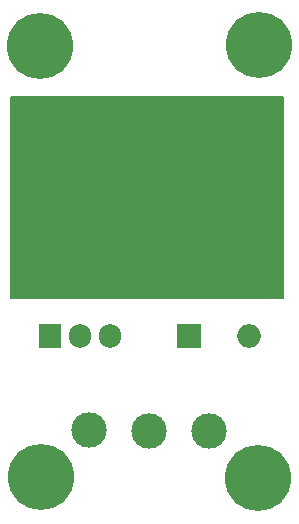
<source format=gbr>
%TF.GenerationSoftware,KiCad,Pcbnew,(6.99.0-228-g2fdbc41b8f)*%
%TF.CreationDate,2022-01-21T20:17:48+01:00*%
%TF.ProjectId,igniter,69676e69-7465-4722-9e6b-696361645f70,rev?*%
%TF.SameCoordinates,Original*%
%TF.FileFunction,Soldermask,Top*%
%TF.FilePolarity,Negative*%
%FSLAX46Y46*%
G04 Gerber Fmt 4.6, Leading zero omitted, Abs format (unit mm)*
G04 Created by KiCad (PCBNEW (6.99.0-228-g2fdbc41b8f)) date 2022-01-21 20:17:48*
%MOMM*%
%LPD*%
G01*
G04 APERTURE LIST*
%ADD10C,0.150000*%
%ADD11C,3.000000*%
%ADD12O,3.500000X3.500000*%
%ADD13R,2.000000X2.000000*%
%ADD14O,2.000000X2.000000*%
%ADD15C,5.600000*%
%ADD16R,1.905000X2.000000*%
%ADD17O,1.905000X2.000000*%
G04 APERTURE END LIST*
D10*
X120750000Y-34500000D02*
X143750000Y-34500000D01*
X143750000Y-34500000D02*
X143750000Y-51500000D01*
X143750000Y-51500000D02*
X120750000Y-51500000D01*
X120750000Y-51500000D02*
X120750000Y-34500000D01*
G36*
X120750000Y-34500000D02*
G01*
X143750000Y-34500000D01*
X143750000Y-51500000D01*
X120750000Y-51500000D01*
X120750000Y-34500000D01*
G37*
D11*
%TO.C,SGND1*%
X132450000Y-62750000D03*
%TD*%
%TO.C,D12V1*%
X137500000Y-62750000D03*
%TD*%
D12*
%TO.C,D1*%
X138340000Y-38040000D03*
D13*
X135800000Y-54700000D03*
D14*
X140880000Y-54700000D03*
%TD*%
D15*
%TO.C,H2*%
X141700000Y-30100000D03*
%TD*%
%TO.C,H1*%
X123200000Y-30200000D03*
%TD*%
D11*
%TO.C,G1*%
X127350000Y-62700000D03*
%TD*%
D15*
%TO.C,H4*%
X141600000Y-66800000D03*
%TD*%
%TO.C,H3*%
X123300000Y-66700000D03*
%TD*%
D12*
%TO.C,Q1*%
X126540000Y-38040000D03*
D16*
X124000000Y-54700000D03*
D17*
X126540000Y-54700000D03*
X129080000Y-54700000D03*
%TD*%
M02*

</source>
